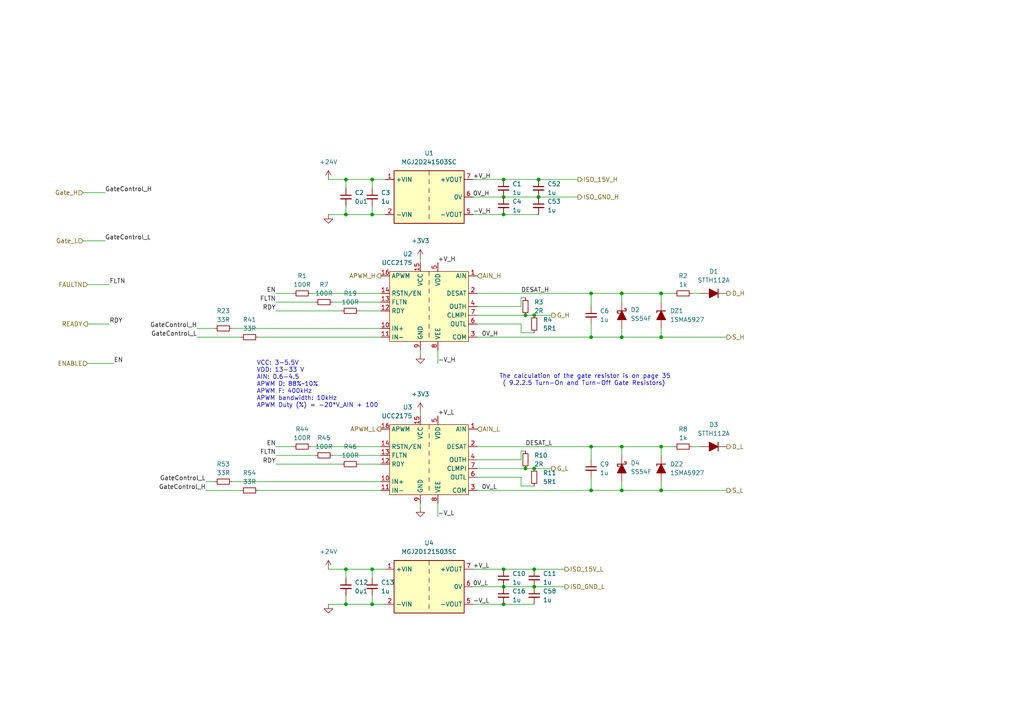
<source format=kicad_sch>
(kicad_sch (version 20231120) (generator "eeschema") (generator_version "8.0")
  (paper "A4")
  (title_block (title "INV_GateDriver") (date "2025-02-28") (rev "1.4") (company "NTURacing") (comment 1 "Jack Kuo 郭哲明"))
  (lib_symbols
    (symbol "Device:C_Small" (pin_numbers hide) (pin_names (offset 0.254) hide)
      (property "Reference" "C" (at 0.254 1.778 0))
      (property "Value" "C_Small" (at 0.254 -2.032 0))
      (symbol "C_Small_0_1"
        (polyline (pts (xy -1.524 -0.508) (xy 1.524 -0.508)) (stroke (width 0.3302)))
        (polyline (pts (xy -1.524 0.508) (xy 1.524 0.508)) (stroke (width 0.3048)))
      )
      (symbol "C_Small_1_1"
        (pin passive line (at 0 2.54 270) (length 2.032) (name "~") (number "1"))
        (pin passive line (at 0 -2.54 90) (length 2.032) (name "~") (number "2"))
      )
    )
    (symbol "Device:R_Small" (pin_numbers hide) (pin_names (offset 0.254) hide)
      (property "Reference" "R" (at 0.762 0.508 0))
      (property "Value" "R_Small" (at 0.762 -1.016 0))
      (symbol "R_Small_0_1"
        (rectangle (start -0.762 1.778) (end 0.762 -1.778) (stroke (width 0.2032)))
      )
      (symbol "R_Small_1_1"
        (pin passive line (at 0 2.54 270) (length 0.762) (name "~") (number "1"))
        (pin passive line (at 0 -2.54 90) (length 0.762) (name "~") (number "2"))
      )
    )
    (symbol "MGJ2D241503SC_1"
      (property "Reference" "U" (at 0 11.43 0))
      (property "Value" "MGJ2D241503SC" (at 0 8.89 0))
      (symbol "MGJ2D241503SC_1_0_1"
        (rectangle (start -10.16 7.62) (end 10.16 -7.62) (stroke (width 0.254)) (fill (type background)))
        (polyline (pts (xy 0 -5.08) (xy 0 -6.35)))
        (polyline (pts (xy 0 -2.54) (xy 0 -3.81)))
        (polyline (pts (xy 0 0) (xy 0 -1.27)))
        (polyline (pts (xy 0 2.54) (xy 0 1.27)))
        (polyline (pts (xy 0 5.08) (xy 0 3.81)))
        (polyline (pts (xy 0 7.62) (xy 0 6.35)))
      )
      (symbol "MGJ2D241503SC_1_1_1"
        (pin power_in line (at -12.7 5.08 0) (length 2.54) (name "+VIN") (number "1"))
        (pin power_in line (at -12.7 -5.08 0) (length 2.54) (name "-VIN") (number "2"))
        (pin power_out line (at 12.7 -5.08 180) (length 2.54) (name "-VOUT") (number "5"))
        (pin power_out line (at 12.7 0 180) (length 2.54) (name "0V") (number "6"))
        (pin power_out line (at 12.7 5.08 180) (length 2.54) (name "+VOUT") (number "7"))
      )
    )
    (symbol "PCM_Diode_AKL:STTH112A" (pin_numbers hide) (pin_names (offset 1.016) hide)
      (property "Reference" "D" (at 0 5.08 0))
      (property "Value" "STTH112A" (at 0 2.54 0))
      (symbol "STTH112A_0_1"
        (polyline (pts (xy -1.27 0) (xy 1.27 0)))
        (polyline (pts (xy 1.27 1.27) (xy 1.27 -1.27)) (stroke (width 0.254)))
        (polyline (pts (xy -1.27 1.27) (xy -1.27 -1.27) (xy 1.27 0) (xy -1.27 1.27)) (stroke (width 0.254)) (fill (type outline)))
      )
      (symbol "STTH112A_0_2"
        (polyline (pts (xy -2.54 -2.54) (xy 2.54 2.54)))
        (polyline (pts (xy 0 1.778) (xy 1.778 0)) (stroke (width 0.254)))
        (polyline (pts (xy -0.889 -0.889) (xy -1.778 0) (xy 0.889 0.889) (xy 0 -1.778) (xy -0.889 -0.889)) (stroke (width 0.254)) (fill (type outline)))
      )
      (symbol "STTH112A_1_1"
        (pin passive line (at 3.81 0 180) (length 2.54) (name "K") (number "1"))
        (pin passive line (at -3.81 0 0) (length 2.54) (name "A") (number "2"))
      )
      (symbol "STTH112A_1_2"
        (pin passive line (at 2.54 2.54 180) (length 0) (name "K") (number "1"))
        (pin passive line (at -2.54 -2.54 0) (length 0) (name "A") (number "2"))
      )
    )
    (symbol "PCM_Diode_Schottky_AKL:SS54F" (pin_numbers hide) (pin_names (offset 1.016) hide)
      (property "Reference" "D" (at 0 5.08 0))
      (property "Value" "SS54F" (at 0 2.54 0))
      (symbol "SS54F_0_1"
        (polyline (pts (xy -1.27 0) (xy 1.27 0)))
        (polyline (pts (xy -1.27 -1.27) (xy -1.27 1.27) (xy 1.27 0) (xy -1.27 -1.27)) (stroke (width 0.254)) (fill (type outline)))
        (polyline (pts (xy 1.905 -0.762) (xy 1.905 -1.27) (xy 1.27 -1.27) (xy 1.27 1.27) (xy 0.635 1.27) (xy 0.635 0.762)) (stroke (width 0.254)))
      )
      (symbol "SS54F_0_2"
        (polyline (pts (xy -2.54 -2.54) (xy 2.54 2.54)))
        (polyline (pts (xy 0 1.778) (xy 1.778 0)) (stroke (width 0.254)))
        (polyline (pts (xy 0 1.778) (xy -0.381 1.397) (xy 0 1.016)) (stroke (width 0.254)))
        (polyline (pts (xy 1.778 0) (xy 2.159 0.381) (xy 1.778 0.762)) (stroke (width 0.254)))
        (polyline (pts (xy -0.889 -0.889) (xy -1.778 0) (xy 0.889 0.889) (xy 0 -1.778) (xy -0.889 -0.889)) (stroke (width 0.254)) (fill (type outline)))
      )
      (symbol "SS54F_1_1"
        (pin passive line (at 3.81 0 180) (length 2.54) (name "K") (number "1"))
        (pin passive line (at -3.81 0 0) (length 2.54) (name "A") (number "2"))
      )
      (symbol "SS54F_1_2"
        (pin passive line (at 2.54 2.54 180) (length 0) (name "K") (number "1"))
        (pin passive line (at -2.54 -2.54 0) (length 0) (name "A") (number "2"))
      )
    )
    (symbol "PCM_Diode_Zener_AKL:1SMA5927" (pin_numbers hide) (pin_names (offset 1.016) hide)
      (property "Reference" "DZ" (at 0 5.08 0))
      (property "Value" "1SMA5927" (at 0 2.54 0))
      (symbol "1SMA5927_0_1"
        (polyline (pts (xy -1.27 0) (xy 1.27 0)))
        (polyline (pts (xy 1.27 1.27) (xy 0.762 1.27)) (stroke (width 0.254)))
        (polyline (pts (xy 1.27 1.27) (xy 1.27 -1.27)) (stroke (width 0.254)))
        (polyline (pts (xy -1.27 -1.27) (xy -1.27 1.27) (xy 1.27 0) (xy -1.27 -1.27)) (stroke (width 0.254)) (fill (type outline)))
      )
      (symbol "1SMA5927_0_2"
        (polyline (pts (xy -2.54 -2.54) (xy 2.54 2.54)))
        (polyline (pts (xy 0 1.778) (xy -0.381 1.397)) (stroke (width 0.254)))
        (polyline (pts (xy 0 1.778) (xy 1.778 0)) (stroke (width 0.254)))
        (polyline (pts (xy -0.889 -0.889) (xy -1.778 0) (xy 0.889 0.889) (xy 0 -1.778) (xy -0.889 -0.889)) (stroke (width 0.254)) (fill (type outline)))
      )
      (symbol "1SMA5927_1_1"
        (pin passive line (at 3.81 0 180) (length 2.54) (name "K") (number "1"))
        (pin passive line (at -3.81 0 0) (length 2.54) (name "A") (number "2"))
      )
      (symbol "1SMA5927_1_2"
        (pin passive line (at 2.54 2.54 180) (length 0) (name "K") (number "1"))
        (pin passive line (at -2.54 -2.54 0) (length 0) (name "A") (number "2"))
      )
    )
    (symbol "nturt_kicad_lib_EP6:MGJ2D241503SC"
      (property "Reference" "U" (at 0 11.43 0))
      (property "Value" "MGJ2D241503SC" (at 0 8.89 0))
      (symbol "MGJ2D241503SC_0_1"
        (rectangle (start -10.16 7.62) (end 10.16 -7.62) (stroke (width 0.254)) (fill (type background)))
        (polyline (pts (xy 0 -5.08) (xy 0 -6.35)))
        (polyline (pts (xy 0 -2.54) (xy 0 -3.81)))
        (polyline (pts (xy 0 0) (xy 0 -1.27)))
        (polyline (pts (xy 0 2.54) (xy 0 1.27)))
        (polyline (pts (xy 0 5.08) (xy 0 3.81)))
        (polyline (pts (xy 0 7.62) (xy 0 6.35)))
      )
      (symbol "MGJ2D241503SC_1_1"
        (pin power_in line (at -12.7 5.08 0) (length 2.54) (name "+VIN") (number "1"))
        (pin power_in line (at -12.7 -5.08 0) (length 2.54) (name "-VIN") (number "2"))
        (pin power_out line (at 12.7 -5.08 180) (length 2.54) (name "-VOUT") (number "5"))
        (pin power_out line (at 12.7 0 180) (length 2.54) (name "0V") (number "6"))
        (pin power_out line (at 12.7 5.08 180) (length 2.54) (name "+VOUT") (number "7"))
      )
    )
    (symbol "nturt_kicad_lib_EP6:UCC21750"
      (property "Reference" "U" (at 0 0 0))
      (property "Value" "UCC2175" (at 0 0 0))
      (symbol "UCC21750_1_1"
        (rectangle (start -11.43 10.16) (end 11.43 -10.16) (fill (type background)))
        (polyline (pts (xy 0 -7.62) (xy 0 -8.89)))
        (polyline (pts (xy 0 -5.08) (xy 0 -6.35)))
        (polyline (pts (xy 0 -2.54) (xy 0 -3.81)))
        (polyline (pts (xy 0 0) (xy 0 -1.27)))
        (polyline (pts (xy 0 2.54) (xy 0 1.27)))
        (polyline (pts (xy 0 5.08) (xy 0 3.81)))
        (polyline (pts (xy 0 7.62) (xy 0 6.35)))
        (polyline (pts (xy 0 10.16) (xy 0 8.89)))
        (pin input line (at -13.97 8.89 0) (length 2.54) (name "AIN") (number "1"))
        (pin input line (at 13.97 -6.35 180) (length 2.54) (name "IN+") (number "10"))
        (pin input line (at 13.97 -8.89 180) (length 2.54) (name "IN-") (number "11"))
        (pin input line (at 13.97 -1.27 180) (length 2.54) (name "RDY") (number "12"))
        (pin input line (at 13.97 1.27 180) (length 2.54) (name "FLTN") (number "13"))
        (pin input line (at 13.97 3.81 180) (length 2.54) (name "RSTN/EN") (number "14"))
        (pin input line (at 2.54 12.7 270) (length 2.54) (name "VCC") (number "15"))
        (pin input line (at 13.97 8.89 180) (length 2.54) (name "APWM") (number "16"))
        (pin input line (at -13.97 3.81 0) (length 2.54) (name "DESAT") (number "2"))
        (pin input line (at -13.97 -8.89 0) (length 2.54) (name "COM") (number "3"))
        (pin input line (at -13.97 0 0) (length 2.54) (name "OUTH") (number "4"))
        (pin input line (at -2.54 12.7 270) (length 2.54) (name "VDD") (number "5"))
        (pin input line (at -13.97 -5.08 0) (length 2.54) (name "OUTL") (number "6"))
        (pin input line (at -13.97 -2.54 0) (length 2.54) (name "CLMPI") (number "7"))
        (pin input line (at -2.54 -12.7 90) (length 2.54) (name "VEE") (number "8"))
        (pin input line (at 2.54 -12.7 90) (length 2.54) (name "GND") (number "9"))
      )
    )
    (symbol "power:+24V" (power) (pin_numbers hide) (pin_names (offset 0) hide)
      (property "Value" "+24V" (at 0 3.556 0))
      (symbol "+24V_0_1"
        (polyline (pts (xy -0.762 1.27) (xy 0 2.54)))
        (polyline (pts (xy 0 0) (xy 0 2.54)))
        (polyline (pts (xy 0 2.54) (xy 0.762 1.27)))
      )
      (symbol "+24V_1_1"
        (pin power_in line (at 0 0 90) (length 0) (name "~") (number "1"))
      )
    )
    (symbol "power:+3V3" (power) (pin_numbers hide) (pin_names (offset 0) hide)
      (property "Value" "+3V3" (at 0 3.556 0))
      (symbol "+3V3_0_1"
        (polyline (pts (xy -0.762 1.27) (xy 0 2.54)))
        (polyline (pts (xy 0 0) (xy 0 2.54)))
        (polyline (pts (xy 0 2.54) (xy 0.762 1.27)))
      )
      (symbol "+3V3_1_1"
        (pin power_in line (at 0 0 90) (length 0) (name "~") (number "1"))
      )
    )
    (symbol "power:GND" (power) (pin_numbers hide) (pin_names (offset 0) hide)
      (property "Value" "GND" (at 0 -3.81 0))
      (symbol "GND_0_1"
        (polyline (pts (xy 0 0) (xy 0 -1.27) (xy 1.27 -1.27) (xy 0 -2.54) (xy -1.27 -1.27) (xy 0 -1.27)))
      )
      (symbol "GND_1_1"
        (pin power_in line (at 0 0 270) (length 0) (name "~") (number "1"))
      )
    )
  )
  (junction (at 154.94 135.89))
  (junction (at 154.94 165.1))
  (junction (at 171.45 85.09))
  (junction (at 146.05 175.26))
  (junction (at 154.94 170.18))
  (junction (at 180.34 97.79))
  (junction (at 146.05 165.1))
  (junction (at 146.05 170.18))
  (junction (at 152.4 135.89))
  (junction (at 146.05 52.07))
  (junction (at 100.33 52.07))
  (junction (at 180.34 129.54))
  (junction (at 156.21 52.07))
  (junction (at 107.95 175.26))
  (junction (at 191.77 97.79))
  (junction (at 171.45 97.79))
  (junction (at 191.77 129.54))
  (junction (at 180.34 142.24))
  (junction (at 146.05 57.15))
  (junction (at 100.33 175.26))
  (junction (at 100.33 165.1))
  (junction (at 154.94 91.44))
  (junction (at 180.34 85.09))
  (junction (at 100.33 62.23))
  (junction (at 191.77 85.09))
  (junction (at 107.95 165.1))
  (junction (at 191.77 142.24))
  (junction (at 171.45 142.24))
  (junction (at 107.95 62.23))
  (junction (at 107.95 52.07))
  (junction (at 156.21 57.15))
  (junction (at 171.45 129.54))
  (junction (at 146.05 62.23))
  (junction (at 152.4 91.44))
  (wire (pts (xy 100.33 175.26) (xy 107.95 175.26)))
  (wire (pts (xy 180.34 97.79) (xy 191.77 97.79)))
  (wire (pts (xy 100.33 62.23) (xy 107.95 62.23)))
  (wire (pts (xy 104.14 134.62) (xy 110.49 134.62)))
  (wire (pts (xy 191.77 132.08) (xy 191.77 129.54)))
  (wire (pts (xy 107.95 54.61) (xy 107.95 52.07)))
  (wire (pts (xy 152.4 135.89) (xy 154.94 135.89)))
  (wire (pts (xy 171.45 85.09) (xy 180.34 85.09)))
  (wire (pts (xy 96.52 87.63) (xy 110.49 87.63)))
  (wire (pts (xy 24.13 69.85) (xy 30.48 69.85)))
  (wire (pts (xy 80.01 134.62) (xy 99.06 134.62)))
  (wire (pts (xy 138.43 93.98) (xy 151.13 93.98)))
  (wire (pts (xy 137.16 62.23) (xy 146.05 62.23)))
  (wire (pts (xy 191.77 97.79) (xy 210.82 97.79)))
  (wire (pts (xy 74.93 142.24) (xy 110.49 142.24)))
  (wire (pts (xy 121.92 147.32) (xy 121.92 146.05)))
  (wire (pts (xy 180.34 142.24) (xy 180.34 139.7)))
  (wire (pts (xy 191.77 142.24) (xy 210.82 142.24)))
  (wire (pts (xy 171.45 88.9) (xy 171.45 85.09)))
  (wire (pts (xy 203.2 129.54) (xy 200.66 129.54)))
  (wire (pts (xy 160.02 135.89) (xy 154.94 135.89)))
  (wire (pts (xy 74.93 97.79) (xy 110.49 97.79)))
  (wire (pts (xy 146.05 62.23) (xy 156.21 62.23)))
  (wire (pts (xy 100.33 54.61) (xy 100.33 52.07)))
  (wire (pts (xy 203.2 85.09) (xy 200.66 85.09)))
  (wire (pts (xy 146.05 170.18) (xy 137.16 170.18)))
  (wire (pts (xy 167.64 57.15) (xy 156.21 57.15)))
  (wire (pts (xy 163.83 165.1) (xy 154.94 165.1)))
  (wire (pts (xy 107.95 175.26) (xy 111.76 175.26)))
  (wire (pts (xy 146.05 175.26) (xy 154.94 175.26)))
  (wire (pts (xy 59.69 142.24) (xy 69.85 142.24)))
  (wire (pts (xy 80.01 85.09) (xy 85.09 85.09)))
  (wire (pts (xy 151.13 130.81) (xy 152.4 130.81)))
  (wire (pts (xy 107.95 172.72) (xy 107.95 175.26)))
  (wire (pts (xy 100.33 59.69) (xy 100.33 62.23)))
  (wire (pts (xy 137.16 175.26) (xy 146.05 175.26)))
  (wire (pts (xy 138.43 135.89) (xy 152.4 135.89)))
  (wire (pts (xy 151.13 96.52) (xy 154.94 96.52)))
  (wire (pts (xy 25.4 93.98) (xy 31.75 93.98)))
  (wire (pts (xy 138.43 138.43) (xy 151.13 138.43)))
  (wire (pts (xy 146.05 170.18) (xy 154.94 170.18)))
  (wire (pts (xy 171.45 129.54) (xy 180.34 129.54)))
  (wire (pts (xy 180.34 85.09) (xy 191.77 85.09)))
  (wire (pts (xy 138.43 88.9) (xy 151.13 88.9)))
  (wire (pts (xy 96.52 132.08) (xy 110.49 132.08)))
  (wire (pts (xy 90.17 85.09) (xy 110.49 85.09)))
  (wire (pts (xy 138.43 129.54) (xy 171.45 129.54)))
  (wire (pts (xy 151.13 133.35) (xy 151.13 130.81)))
  (wire (pts (xy 171.45 93.98) (xy 171.45 97.79)))
  (wire (pts (xy 121.92 102.87) (xy 121.92 101.6)))
  (wire (pts (xy 146.05 52.07) (xy 156.21 52.07)))
  (wire (pts (xy 171.45 97.79) (xy 180.34 97.79)))
  (wire (pts (xy 107.95 59.69) (xy 107.95 62.23)))
  (wire (pts (xy 137.16 52.07) (xy 146.05 52.07)))
  (wire (pts (xy 121.92 74.93) (xy 121.92 76.2)))
  (wire (pts (xy 107.95 52.07) (xy 111.76 52.07)))
  (wire (pts (xy 95.25 52.07) (xy 100.33 52.07)))
  (wire (pts (xy 180.34 97.79) (xy 180.34 95.25)))
  (wire (pts (xy 151.13 88.9) (xy 151.13 86.36)))
  (wire (pts (xy 146.05 165.1) (xy 154.94 165.1)))
  (wire (pts (xy 80.01 87.63) (xy 91.44 87.63)))
  (wire (pts (xy 90.17 129.54) (xy 110.49 129.54)))
  (wire (pts (xy 67.31 139.7) (xy 110.49 139.7)))
  (wire (pts (xy 67.31 95.25) (xy 110.49 95.25)))
  (wire (pts (xy 127 101.6) (xy 127 105.41)))
  (wire (pts (xy 80.01 129.54) (xy 85.09 129.54)))
  (wire (pts (xy 146.05 57.15) (xy 137.16 57.15)))
  (wire (pts (xy 151.13 93.98) (xy 151.13 96.52)))
  (wire (pts (xy 180.34 142.24) (xy 191.77 142.24)))
  (wire (pts (xy 171.45 138.43) (xy 171.45 142.24)))
  (wire (pts (xy 138.43 142.24) (xy 171.45 142.24)))
  (wire (pts (xy 152.4 91.44) (xy 154.94 91.44)))
  (wire (pts (xy 191.77 85.09) (xy 195.58 85.09)))
  (wire (pts (xy 25.4 82.55) (xy 31.75 82.55)))
  (wire (pts (xy 138.43 85.09) (xy 171.45 85.09)))
  (wire (pts (xy 191.77 87.63) (xy 191.77 85.09)))
  (wire (pts (xy 57.15 95.25) (xy 62.23 95.25)))
  (wire (pts (xy 121.92 119.38) (xy 121.92 120.65)))
  (wire (pts (xy 107.95 62.23) (xy 111.76 62.23)))
  (wire (pts (xy 146.05 165.1) (xy 137.16 165.1)))
  (wire (pts (xy 151.13 86.36) (xy 152.4 86.36)))
  (wire (pts (xy 180.34 129.54) (xy 191.77 129.54)))
  (wire (pts (xy 80.01 132.08) (xy 91.44 132.08)))
  (wire (pts (xy 100.33 172.72) (xy 100.33 175.26)))
  (wire (pts (xy 95.25 62.23) (xy 100.33 62.23)))
  (wire (pts (xy 57.15 97.79) (xy 69.85 97.79)))
  (wire (pts (xy 24.13 55.88) (xy 30.48 55.88)))
  (wire (pts (xy 104.14 90.17) (xy 110.49 90.17)))
  (wire (pts (xy 138.43 97.79) (xy 171.45 97.79)))
  (wire (pts (xy 138.43 133.35) (xy 151.13 133.35)))
  (wire (pts (xy 107.95 165.1) (xy 111.76 165.1)))
  (wire (pts (xy 100.33 52.07) (xy 107.95 52.07)))
  (wire (pts (xy 160.02 91.44) (xy 154.94 91.44)))
  (wire (pts (xy 100.33 165.1) (xy 107.95 165.1)))
  (wire (pts (xy 59.69 139.7) (xy 62.23 139.7)))
  (wire (pts (xy 191.77 97.79) (xy 191.77 95.25)))
  (wire (pts (xy 25.4 105.41) (xy 33.02 105.41)))
  (wire (pts (xy 107.95 167.64) (xy 107.95 165.1)))
  (wire (pts (xy 151.13 140.97) (xy 154.94 140.97)))
  (wire (pts (xy 171.45 133.35) (xy 171.45 129.54)))
  (wire (pts (xy 95.25 175.26) (xy 100.33 175.26)))
  (wire (pts (xy 95.25 165.1) (xy 100.33 165.1)))
  (wire (pts (xy 138.43 91.44) (xy 152.4 91.44)))
  (wire (pts (xy 80.01 90.17) (xy 99.06 90.17)))
  (wire (pts (xy 151.13 138.43) (xy 151.13 140.97)))
  (wire (pts (xy 127 146.05) (xy 127 149.86)))
  (wire (pts (xy 180.34 132.08) (xy 180.34 129.54)))
  (wire (pts (xy 156.21 52.07) (xy 167.64 52.07)))
  (wire (pts (xy 146.05 57.15) (xy 156.21 57.15)))
  (wire (pts (xy 163.83 170.18) (xy 154.94 170.18)))
  (wire (pts (xy 180.34 87.63) (xy 180.34 85.09)))
  (wire (pts (xy 191.77 142.24) (xy 191.77 139.7)))
  (wire (pts (xy 191.77 129.54) (xy 195.58 129.54)))
  (wire (pts (xy 100.33 167.64) (xy 100.33 165.1)))
  (wire (pts (xy 171.45 142.24) (xy 180.34 142.24)))
  (text "The calculation of the gate resistor is on page 35\n ( 9.2.2.5 Turn-On and Turn-Off Gate Resistors)\n" (at 144.78 108.458 0) (effects (font (size 1.27 1.27)) (justify left top)))
  (text "VCC: 3-5.5V\nVDD: 13-33 V\nAIN: 0.6-4.5\nAPWM D: 88%~10%\nAPWM F: 400kHz\nAPWM bandwidth: 10kHz\nAPWM Duty (%) = -20*V_AIN + 100" (at 74.422 111.506 0) (effects (font (size 1.27 1.27)) (justify left)))
  (label "0V_H" (at 137.16 57.15 0))
  (label "EN" (at 33.02 105.41 0))
  (label "GateControl_H" (at 59.69 142.24 180))
  (label "0V_H" (at 139.7 97.79 0))
  (label "GateControl_L" (at 59.69 139.7 180))
  (label "-V_H" (at 127 105.41 0))
  (label "-V_L" (at 127 149.86 0))
  (label "RDY" (at 80.01 134.62 180))
  (label "0V_L" (at 137.16 170.18 0))
  (label "EN" (at 80.01 129.54 180))
  (label "+V_H" (at 137.16 52.07 0))
  (label "-V_L" (at 137.16 175.26 0))
  (label "GateControl_L" (at 30.48 69.85 0))
  (label "GateControl_L" (at 57.15 97.79 180))
  (label "RDY" (at 31.75 93.98 0))
  (label "0V_L" (at 139.7 142.24 0))
  (label "FLTN" (at 31.75 82.55 0))
  (label "DESAT_L" (at 152.4 129.54 0))
  (label "+V_L" (at 127 120.65 0))
  (label "RDY" (at 80.01 90.17 180))
  (label "EN" (at 80.01 85.09 180))
  (label "DESAT_H" (at 151.13 85.09 0))
  (label "GateControl_H" (at 57.15 95.25 180))
  (label "FLTN" (at 80.01 87.63 180))
  (label "+V_H" (at 127 76.2 0))
  (label "GateControl_H" (at 30.48 55.88 0))
  (label "-V_H" (at 137.16 62.23 0))
  (label "FLTN" (at 80.01 132.08 180))
  (label "+V_L" (at 137.16 165.1 0))
  (hierarchical_label "AIN_H" (shape input) (at 138.43 80.01 0))
  (hierarchical_label "FAULTN" (shape input) (at 25.4 82.55 180))
  (hierarchical_label "S_H" (shape output) (at 210.82 97.79 0))
  (hierarchical_label "Gate_H" (shape input) (at 24.13 55.88 180))
  (hierarchical_label "ENABLE" (shape input) (at 25.4 105.41 180))
  (hierarchical_label "G_L" (shape output) (at 160.02 135.89 0))
  (hierarchical_label "ISO_GND_L" (shape output) (at 163.83 170.18 0))
  (hierarchical_label "ISO_15V_H" (shape output) (at 167.64 52.07 0))
  (hierarchical_label "S_L" (shape output) (at 210.82 142.24 0))
  (hierarchical_label "G_H" (shape output) (at 160.02 91.44 0))
  (hierarchical_label "ISO_15V_L" (shape output) (at 163.83 165.1 0))
  (hierarchical_label "APWM_H" (shape output) (at 110.49 80.01 180))
  (hierarchical_label "ISO_GND_H" (shape output) (at 167.64 57.15 0))
  (hierarchical_label "READY" (shape output) (at 25.4 93.98 180))
  (hierarchical_label "D_H" (shape output) (at 210.82 85.09 0))
  (hierarchical_label "AIN_L" (shape input) (at 138.43 124.46 0))
  (hierarchical_label "APWM_L" (shape output) (at 110.49 124.46 180))
  (hierarchical_label "Gate_L" (shape input) (at 24.13 69.85 180))
  (hierarchical_label "D_L" (shape output) (at 210.82 129.54 0))
  (symbol (lib_id "Device:R_Small") (at 198.12 129.54 270) (unit 1)
    (property "Reference" "R8" (at 198.12 124.46 90))
    (property "Value" "1k" (at 198.12 127 90))
    (property "Footprint" "Resistor_SMD:R_0603_1608Metric" (effects (hide yes)))
    (property "Description" "Resistor, small symbol" (effects (hide yes)))
    (instances (project "INV_GateDriver" (path "" (reference "R8") (unit 1)) (path "" (reference "R33") (unit 1)) (path "" (reference "R22") (unit 1))))
  )
  (symbol (lib_id "nturt_kicad_lib_EP6:MGJ2D241503SC") (at 124.46 170.18 0) (unit 1)
    (property "Reference" "U4" (at 124.46 157.48 0))
    (property "Value" "MGJ2D121503SC" (at 124.46 160.02 0))
    (property "Footprint" "nturt_kicad_lib_EP6:Converter_DCDC_Murata_MGJ2DxxxxxxSC_THT" (effects (hide yes)))
    (property "Datasheet" "https://power.murata.com/pub/data/power/ncl/kdc_mgj2.pdf" (effects (hide yes)))
    (property "Description" "5.2kVDC Isolated 2W Gate Drive, 24V Vin, +15V/-3V Vout" (effects (hide yes)))
    (instances (project "INV_GateDriver" (path "" (reference "U4") (unit 1)) (path "" (reference "U12") (unit 1)) (path "" (reference "U8") (unit 1))))
  )
  (symbol (lib_id "power:GND") (at 121.92 102.87 0) (unit 1)
    (property "Reference" "#PWR014" (effects (hide yes)))
    (property "Value" "GND" (effects (hide yes)))
    (property "Description" "Power symbol creates a global label with name \"GND\" , ground" (effects (hide yes)))
    (instances (project "INV_GateDriver" (path "" (reference "#PWR014") (unit 1)) (path "" (reference "#PWR042") (unit 1)) (path "" (reference "#PWR031") (unit 1))))
  )
  (symbol (lib_name "MGJ2D241503SC_1") (lib_id "nturt_kicad_lib_EP6:MGJ2D241503SC") (at 124.46 57.15 0) (unit 1)
    (property "Reference" "U1" (at 124.46 44.45 0))
    (property "Value" "MGJ2D241503SC" (at 124.46 46.99 0))
    (property "Footprint" "nturt_kicad_lib_EP6:Converter_DCDC_Murata_MGJ2DxxxxxxSC_THT" (effects (hide yes)))
    (property "Datasheet" "https://power.murata.com/pub/data/power/ncl/kdc_mgj2.pdf" (effects (hide yes)))
    (property "Description" "5.2kVDC Isolated 2W Gate Drive, 24V Vin, +15V/-3V Vout" (effects (hide yes)))
    (instances (project "INV_GateDriver" (path "" (reference "U1") (unit 1)) (path "" (reference "U9") (unit 1)) (path "" (reference "U5") (unit 1))))
  )
  (symbol (lib_id "Device:C_Small") (at 100.33 57.15 0) (unit 1)
    (property "Reference" "C2" (at 102.87 55.8863 0) (effects (justify left)))
    (property "Value" "0u1" (at 102.87 58.4263 0) (effects (justify left)))
    (property "Footprint" "Capacitor_SMD:C_0603_1608Metric" (effects (hide yes)))
    (property "Description" "Unpolarized capacitor, small symbol" (effects (hide yes)))
    (instances (project "INV_GateDriver" (path "" (reference "C2") (unit 1)) (path "" (reference "C37") (unit 1)) (path "" (reference "C21") (unit 1))))
  )
  (symbol (lib_id "Device:R_Small") (at 198.12 85.09 270) (unit 1)
    (property "Reference" "R2" (at 198.12 80.01 90))
    (property "Value" "1k" (at 198.12 82.55 90))
    (property "Footprint" "Resistor_SMD:R_0603_1608Metric" (effects (hide yes)))
    (property "Description" "Resistor, small symbol" (effects (hide yes)))
    (instances (project "INV_GateDriver" (path "" (reference "R2") (unit 1)) (path "" (reference "R27") (unit 1)) (path "" (reference "R16") (unit 1))))
  )
  (symbol (lib_id "PCM_Diode_Zener_AKL:1SMA5927") (at 191.77 91.44 90) (unit 1)
    (property "Reference" "DZ1" (at 194.31 90.17 90) (effects (justify right)))
    (property "Value" "1SMA5927" (at 194.31 92.71 90) (effects (justify right)))
    (property "Footprint" "Diode_SMD:D_SMA" (effects (hide yes)))
    (property "Datasheet" "https://www.onsemi.com/pdf/datasheet/1sma5913bt3-d.pdf" (effects (hide yes)))
    (property "Description" "SMA Zener diode, 12V, 1.5W, Alternate KiCAD Library" (effects (hide yes)))
    (instances (project "INV_GateDriver" (path "" (reference "DZ1") (unit 1)) (path "" (reference "DZ5") (unit 1)) (path "" (reference "DZ3") (unit 1))))
  )
  (symbol (lib_id "Device:C_Small") (at 171.45 91.44 0) (unit 1)
    (property "Reference" "C6" (at 173.99 90.1763 0) (effects (justify left)))
    (property "Value" "1u" (at 173.99 92.7163 0) (effects (justify left)))
    (property "Footprint" "Capacitor_SMD:C_0603_1608Metric" (effects (hide yes)))
    (property "Description" "Unpolarized capacitor, small symbol" (effects (hide yes)))
    (instances (project "INV_GateDriver" (path "" (reference "C6") (unit 1)) (path "" (reference "C41") (unit 1)) (path "" (reference "C25") (unit 1))))
  )
  (symbol (lib_id "power:+3V3") (at 121.92 119.38 0) (unit 1)
    (property "Reference" "#PWR015" (effects (hide yes)))
    (property "Value" "+3V3" (at 121.92 114.3 0))
    (property "Description" "Power symbol creates a global label with name \"+3V3\"" (effects (hide yes)))
    (instances (project "INV_GateDriver" (path "" (reference "#PWR015") (unit 1)) (path "" (reference "#PWR018") (unit 1)) (path "" (reference "#PWR016") (unit 1))))
  )
  (symbol (lib_id "Device:C_Small") (at 100.33 170.18 0) (unit 1)
    (property "Reference" "C12" (at 102.87 168.9163 0) (effects (justify left)))
    (property "Value" "0u1" (at 102.87 171.4563 0) (effects (justify left)))
    (property "Footprint" "Capacitor_SMD:C_0603_1608Metric" (effects (hide yes)))
    (property "Description" "Unpolarized capacitor, small symbol" (effects (hide yes)))
    (instances (project "INV_GateDriver" (path "" (reference "C12") (unit 1)) (path "" (reference "C47") (unit 1)) (path "" (reference "C31") (unit 1))))
  )
  (symbol (lib_id "Device:C_Small") (at 154.94 172.72 0) (unit 1)
    (property "Reference" "C58" (at 157.48 171.4563 0) (effects (justify left)))
    (property "Value" "1u" (at 157.48 173.9963 0) (effects (justify left)))
    (property "Footprint" "Capacitor_SMD:C_1206_3216Metric" (effects (hide yes)))
    (property "Description" "Unpolarized capacitor, small symbol" (effects (hide yes)))
    (instances (project "INV_GateDriver" (path "" (reference "C58") (unit 1)) (path "" (reference "C60") (unit 1)) (path "" (reference "C59") (unit 1))))
  )
  (symbol (lib_id "Device:C_Small") (at 146.05 59.69 0) (unit 1)
    (property "Reference" "C4" (at 148.59 58.4263 0) (effects (justify left)))
    (property "Value" "1u" (at 148.59 60.9663 0) (effects (justify left)))
    (property "Footprint" "Capacitor_SMD:C_1206_3216Metric" (effects (hide yes)))
    (property "Description" "Unpolarized capacitor, small symbol" (effects (hide yes)))
    (instances (project "INV_GateDriver" (path "" (reference "C4") (unit 1)) (path "" (reference "C39") (unit 1)) (path "" (reference "C23") (unit 1))))
  )
  (symbol (lib_id "Device:R_Small") (at 154.94 138.43 180) (unit 1)
    (property "Reference" "R11" (at 157.48 137.16 0) (effects (justify right)))
    (property "Value" "5R1" (at 157.48 139.7 0) (effects (justify right)))
    (property "Footprint" "Resistor_SMD:R_1206_3216Metric" (effects (hide yes)))
    (property "Description" "Resistor, small symbol" (effects (hide yes)))
    (instances (project "INV_GateDriver" (path "" (reference "R11") (unit 1)) (path "" (reference "R36") (unit 1)) (path "" (reference "R25") (unit 1))))
  )
  (symbol (lib_id "Device:R_Small") (at 64.77 139.7 90) (unit 1)
    (property "Reference" "R53" (at 64.77 134.62 90))
    (property "Value" "33R" (at 64.77 137.16 90))
    (property "Footprint" "Resistor_SMD:R_0402_1005Metric" (effects (hide yes)))
    (property "Description" "Resistor, small symbol" (effects (hide yes)))
    (instances (project "INV_GateDriver" (path "" (reference "R53") (unit 1)) (path "" (reference "R57") (unit 1)) (path "" (reference "R55") (unit 1))))
  )
  (symbol (lib_id "Device:R_Small") (at 72.39 142.24 90) (unit 1)
    (property "Reference" "R54" (at 72.39 137.16 90))
    (property "Value" "33R" (at 72.39 139.7 90))
    (property "Footprint" "Resistor_SMD:R_0402_1005Metric" (effects (hide yes)))
    (property "Description" "Resistor, small symbol" (effects (hide yes)))
    (instances (project "INV_GateDriver" (path "" (reference "R54") (unit 1)) (path "" (reference "R58") (unit 1)) (path "" (reference "R56") (unit 1))))
  )
  (symbol (lib_id "Device:C_Small") (at 146.05 172.72 0) (unit 1)
    (property "Reference" "C16" (at 148.59 171.4563 0) (effects (justify left)))
    (property "Value" "1u" (at 148.59 173.9963 0) (effects (justify left)))
    (property "Footprint" "Capacitor_SMD:C_1206_3216Metric" (effects (hide yes)))
    (property "Description" "Unpolarized capacitor, small symbol" (effects (hide yes)))
    (instances (project "INV_GateDriver" (path "" (reference "C16") (unit 1)) (path "" (reference "C49") (unit 1)) (path "" (reference "C33") (unit 1))))
  )
  (symbol (lib_id "power:+24V") (at 95.25 165.1 0) (unit 1)
    (property "Reference" "#PWR019" (effects (hide yes)))
    (property "Value" "+24V" (at 95.25 160.02 0))
    (property "Description" "Power symbol creates a global label with name \"+24V\"" (effects (hide yes)))
    (instances (project "INV_GateDriver" (path "" (reference "#PWR019") (unit 1)) (path "" (reference "#PWR046") (unit 1)) (path "" (reference "#PWR035") (unit 1))))
  )
  (symbol (lib_id "Device:R_Small") (at 72.39 97.79 90) (unit 1)
    (property "Reference" "R41" (at 72.39 92.71 90))
    (property "Value" "33R" (at 72.39 95.25 90))
    (property "Footprint" "Resistor_SMD:R_0402_1005Metric" (effects (hide yes)))
    (property "Description" "Resistor, small symbol" (effects (hide yes)))
    (instances (project "INV_GateDriver" (path "" (reference "R41") (unit 1)) (path "" (reference "R43") (unit 1)) (path "" (reference "R42") (unit 1))))
  )
  (symbol (lib_id "nturt_kicad_lib_EP6:UCC21750") (at 124.46 88.9 0) (mirror y) (unit 1)
    (property "Reference" "U2" (at 119.6065 73.66 0) (effects (justify left)))
    (property "Value" "UCC2175" (at 119.6065 76.2 0) (effects (justify left)))
    (property "Footprint" "Package_SO:SOIC-16W_7.5x10.3mm_P1.27mm" (effects (hide yes)))
    (property "Datasheet" "https://www.ti.com/lit/ds/symlink/ucc21750.pdf?ts=1732172388280&ref_url=https%253A%252F%252Fwww.ti.com%252Fproduct%252Fzh-tw%252FUCC21750" (effects (hide yes)))
    (instances (project "INV_GateDriver" (path "" (reference "U2") (unit 1)) (path "" (reference "U10") (unit 1)) (path "" (reference "U6") (unit 1))))
  )
  (symbol (lib_id "Device:C_Small") (at 156.21 54.61 0) (unit 1)
    (property "Reference" "C52" (at 158.75 53.3463 0) (effects (justify left)))
    (property "Value" "1u" (at 158.75 55.8863 0) (effects (justify left)))
    (property "Footprint" "Capacitor_SMD:C_1206_3216Metric" (effects (hide yes)))
    (property "Description" "Unpolarized capacitor, small symbol" (effects (hide yes)))
    (instances (project "INV_GateDriver" (path "" (reference "C52") (unit 1)) (path "" (reference "C56") (unit 1)) (path "" (reference "C54") (unit 1))))
  )
  (symbol (lib_id "Device:R_Small") (at 87.63 129.54 90) (unit 1)
    (property "Reference" "R44" (at 87.63 124.46 90))
    (property "Value" "100R" (at 87.63 127 90))
    (property "Footprint" "Resistor_SMD:R_0402_1005Metric" (effects (hide yes)))
    (property "Description" "Resistor, small symbol" (effects (hide yes)))
    (instances (project "INV_GateDriver" (path "" (reference "R44") (unit 1)) (path "" (reference "R50") (unit 1)) (path "" (reference "R47") (unit 1))))
  )
  (symbol (lib_id "Device:C_Small") (at 146.05 167.64 0) (unit 1)
    (property "Reference" "C10" (at 148.59 166.3763 0) (effects (justify left)))
    (property "Value" "1u" (at 148.59 168.9163 0) (effects (justify left)))
    (property "Footprint" "Capacitor_SMD:C_1206_3216Metric" (effects (hide yes)))
    (property "Description" "Unpolarized capacitor, small symbol" (effects (hide yes)))
    (instances (project "INV_GateDriver" (path "" (reference "C10") (unit 1)) (path "" (reference "C45") (unit 1)) (path "" (reference "C29") (unit 1))))
  )
  (symbol (lib_id "Device:R_Small") (at 152.4 133.35 180) (unit 1)
    (property "Reference" "R10" (at 154.94 132.0799 0) (effects (justify right)))
    (property "Value" "2R" (at 154.94 134.6199 0) (effects (justify right)))
    (property "Footprint" "Resistor_SMD:R_1206_3216Metric" (effects (hide yes)))
    (property "Description" "Resistor, small symbol" (effects (hide yes)))
    (instances (project "INV_GateDriver" (path "" (reference "R10") (unit 1)) (path "" (reference "R35") (unit 1)) (path "" (reference "R24") (unit 1))))
  )
  (symbol (lib_id "Device:R_Small") (at 93.98 87.63 90) (unit 1)
    (property "Reference" "R7" (at 93.98 82.55 90))
    (property "Value" "100R" (at 93.98 85.09 90))
    (property "Footprint" "Resistor_SMD:R_0402_1005Metric" (effects (hide yes)))
    (property "Description" "Resistor, small symbol" (effects (hide yes)))
    (instances (project "INV_GateDriver" (path "" (reference "R7") (unit 1)) (path "" (reference "R15") (unit 1)) (path "" (reference "R9") (unit 1))))
  )
  (symbol (lib_id "power:GND") (at 121.92 147.32 0) (unit 1)
    (property "Reference" "#PWR017" (effects (hide yes)))
    (property "Value" "GND" (effects (hide yes)))
    (property "Description" "Power symbol creates a global label with name \"GND\" , ground" (effects (hide yes)))
    (instances (project "INV_GateDriver" (path "" (reference "#PWR017") (unit 1)) (path "" (reference "#PWR045") (unit 1)) (path "" (reference "#PWR034") (unit 1))))
  )
  (symbol (lib_id "Device:C_Small") (at 171.45 135.89 0) (unit 1)
    (property "Reference" "C9" (at 173.99 134.6263 0) (effects (justify left)))
    (property "Value" "1u" (at 173.99 137.1663 0) (effects (justify left)))
    (property "Footprint" "Capacitor_SMD:C_0603_1608Metric" (effects (hide yes)))
    (property "Description" "Unpolarized capacitor, small symbol" (effects (hide yes)))
    (instances (project "INV_GateDriver" (path "" (reference "C9") (unit 1)) (path "" (reference "C44") (unit 1)) (path "" (reference "C28") (unit 1))))
  )
  (symbol (lib_id "PCM_Diode_AKL:STTH112A") (at 207.01 129.54 0) (unit 1)
    (property "Reference" "D3" (at 207.01 123.19 0))
    (property "Value" "STTH112A" (at 207.01 125.73 0))
    (property "Footprint" "Diode_SMD:D_SMA" (effects (hide yes)))
    (property "Datasheet" "https://www.tme.eu/Document/47ae6a8e5cdaa69d2f74cf3148922ab2/STTH112.pdf" (effects (hide yes)))
    (property "Description" "SMA Diode, Ultrafast Rectifier, 1200V, 1A, 75ns, Alternate KiCad Library" (effects (hide yes)))
    (instances (project "INV_GateDriver" (path "" (reference "D3") (unit 1)) (path "" (reference "D11") (unit 1)) (path "" (reference "D7") (unit 1))))
  )
  (symbol (lib_id "Device:R_Small") (at 101.6 134.62 90) (unit 1)
    (property "Reference" "R46" (at 101.6 129.54 90))
    (property "Value" "100R" (at 101.6 132.08 90))
    (property "Footprint" "Resistor_SMD:R_0402_1005Metric" (effects (hide yes)))
    (property "Description" "Resistor, small symbol" (effects (hide yes)))
    (instances (project "INV_GateDriver" (path "" (reference "R46") (unit 1)) (path "" (reference "R52") (unit 1)) (path "" (reference "R49") (unit 1))))
  )
  (symbol (lib_id "Device:C_Small") (at 154.94 167.64 0) (unit 1)
    (property "Reference" "C11" (at 157.48 166.3763 0) (effects (justify left)))
    (property "Value" "1u" (at 157.48 168.9163 0) (effects (justify left)))
    (property "Footprint" "Capacitor_SMD:C_1206_3216Metric" (effects (hide yes)))
    (property "Description" "Unpolarized capacitor, small symbol" (effects (hide yes)))
    (instances (project "INV_GateDriver" (path "" (reference "C11") (unit 1)) (path "" (reference "C46") (unit 1)) (path "" (reference "C30") (unit 1))))
  )
  (symbol (lib_id "Device:C_Small") (at 107.95 170.18 0) (unit 1)
    (property "Reference" "C13" (at 110.49 168.9163 0) (effects (justify left)))
    (property "Value" "1u" (at 110.49 171.4563 0) (effects (justify left)))
    (property "Footprint" "Capacitor_SMD:C_0603_1608Metric" (effects (hide yes)))
    (property "Description" "Unpolarized capacitor, small symbol" (effects (hide yes)))
    (instances (project "INV_GateDriver" (path "" (reference "C13") (unit 1)) (path "" (reference "C48") (unit 1)) (path "" (reference "C32") (unit 1))))
  )
  (symbol (lib_id "power:GND") (at 95.25 62.23 0) (unit 1)
    (property "Reference" "#PWR010" (effects (hide yes)))
    (property "Value" "GND" (effects (hide yes)))
    (property "Description" "Power symbol creates a global label with name \"GND\" , ground" (effects (hide yes)))
    (instances (project "INV_GateDriver" (path "" (reference "#PWR010") (unit 1)) (path "" (reference "#PWR038") (unit 1)) (path "" (reference "#PWR027") (unit 1))))
  )
  (symbol (lib_id "Device:R_Small") (at 93.98 132.08 90) (unit 1)
    (property "Reference" "R45" (at 93.98 127 90))
    (property "Value" "100R" (at 93.98 129.54 90))
    (property "Footprint" "Resistor_SMD:R_0402_1005Metric" (effects (hide yes)))
    (property "Description" "Resistor, small symbol" (effects (hide yes)))
    (instances (project "INV_GateDriver" (path "" (reference "R45") (unit 1)) (path "" (reference "R51") (unit 1)) (path "" (reference "R48") (unit 1))))
  )
  (symbol (lib_id "Device:R_Small") (at 154.94 93.98 180) (unit 1)
    (property "Reference" "R4" (at 157.48 92.71 0) (effects (justify right)))
    (property "Value" "5R1" (at 157.48 95.25 0) (effects (justify right)))
    (property "Footprint" "Resistor_SMD:R_1206_3216Metric" (effects (hide yes)))
    (property "Description" "Resistor, small symbol" (effects (hide yes)))
    (instances (project "INV_GateDriver" (path "" (reference "R4") (unit 1)) (path "" (reference "R29") (unit 1)) (path "" (reference "R18") (unit 1))))
  )
  (symbol (lib_id "Device:C_Small") (at 146.05 54.61 0) (unit 1)
    (property "Reference" "C1" (at 148.59 53.3463 0) (effects (justify left)))
    (property "Value" "1u" (at 148.59 55.8863 0) (effects (justify left)))
    (property "Footprint" "Capacitor_SMD:C_1206_3216Metric" (effects (hide yes)))
    (property "Description" "Unpolarized capacitor, small symbol" (effects (hide yes)))
    (instances (project "INV_GateDriver" (path "" (reference "C1") (unit 1)) (path "" (reference "C36") (unit 1)) (path "" (reference "C20") (unit 1))))
  )
  (symbol (lib_id "power:GND") (at 95.25 175.26 0) (unit 1)
    (property "Reference" "#PWR020" (effects (hide yes)))
    (property "Value" "GND" (effects (hide yes)))
    (property "Description" "Power symbol creates a global label with name \"GND\" , ground" (effects (hide yes)))
    (instances (project "INV_GateDriver" (path "" (reference "#PWR020") (unit 1)) (path "" (reference "#PWR047") (unit 1)) (path "" (reference "#PWR036") (unit 1))))
  )
  (symbol (lib_id "PCM_Diode_Schottky_AKL:SS54F") (at 180.34 91.44 90) (unit 1)
    (property "Reference" "D2" (at 182.88 89.8525 90) (effects (justify right)))
    (property "Value" "SS54F" (at 182.88 92.3925 90) (effects (justify right)))
    (property "Footprint" "PCM_Diode_SMD_AKL:D_SMAFL" (effects (hide yes)))
    (property "Datasheet" "https://www.tme.eu/Document/963620b34a430c2b6904b996a8a202ee/SS52F_SER.pdf" (effects (hide yes)))
    (property "Description" "SMAFL Schottky diode, 40V, 5A, Alternate KiCAD Library" (effects (hide yes)))
    (instances (project "INV_GateDriver" (path "" (reference "D2") (unit 1)) (path "" (reference "D10") (unit 1)) (path "" (reference "D6") (unit 1))))
  )
  (symbol (lib_id "power:+24V") (at 95.25 52.07 0) (unit 1)
    (property "Reference" "#PWR09" (effects (hide yes)))
    (property "Value" "+24V" (at 95.25 46.99 0))
    (property "Description" "Power symbol creates a global label with name \"+24V\"" (effects (hide yes)))
    (instances (project "INV_GateDriver" (path "" (reference "#PWR09") (unit 1)) (path "" (reference "#PWR037") (unit 1)) (path "" (reference "#PWR026") (unit 1))))
  )
  (symbol (lib_id "Device:C_Small") (at 107.95 57.15 0) (unit 1)
    (property "Reference" "C3" (at 110.49 55.8863 0) (effects (justify left)))
    (property "Value" "1u" (at 110.49 58.4263 0) (effects (justify left)))
    (property "Footprint" "Capacitor_SMD:C_0603_1608Metric" (effects (hide yes)))
    (property "Description" "Unpolarized capacitor, small symbol" (effects (hide yes)))
    (instances (project "INV_GateDriver" (path "" (reference "C3") (unit 1)) (path "" (reference "C38") (unit 1)) (path "" (reference "C22") (unit 1))))
  )
  (symbol (lib_id "PCM_Diode_Zener_AKL:1SMA5927") (at 191.77 135.89 90) (unit 1)
    (property "Reference" "DZ2" (at 194.31 134.62 90) (effects (justify right)))
    (property "Value" "1SMA5927" (at 194.31 137.16 90) (effects (justify right)))
    (property "Footprint" "Diode_SMD:D_SMA" (effects (hide yes)))
    (property "Datasheet" "https://www.onsemi.com/pdf/datasheet/1sma5913bt3-d.pdf" (effects (hide yes)))
    (property "Description" "SMA Zener diode, 12V, 1.5W, Alternate KiCAD Library" (effects (hide yes)))
    (instances (project "INV_GateDriver" (path "" (reference "DZ2") (unit 1)) (path "" (reference "DZ6") (unit 1)) (path "" (reference "DZ4") (unit 1))))
  )
  (symbol (lib_id "power:+3V3") (at 121.92 74.93 0) (unit 1)
    (property "Reference" "#PWR011" (effects (hide yes)))
    (property "Value" "+3V3" (at 121.92 69.85 0))
    (property "Description" "Power symbol creates a global label with name \"+3V3\"" (effects (hide yes)))
    (instances (project "INV_GateDriver" (path "" (reference "#PWR011") (unit 1)) (path "" (reference "#PWR013") (unit 1)) (path "" (reference "#PWR012") (unit 1))))
  )
  (symbol (lib_id "Device:R_Small") (at 152.4 88.9 180) (unit 1)
    (property "Reference" "R3" (at 154.94 87.6299 0) (effects (justify right)))
    (property "Value" "2R" (at 154.94 90.1699 0) (effects (justify right)))
    (property "Footprint" "Resistor_SMD:R_1206_3216Metric" (effects (hide yes)))
    (property "Description" "Resistor, small symbol" (effects (hide yes)))
    (instances (project "INV_GateDriver" (path "" (reference "R3") (unit 1)) (path "" (reference "R28") (unit 1)) (path "" (reference "R17") (unit 1))))
  )
  (symbol (lib_id "Device:R_Small") (at 64.77 95.25 90) (unit 1)
    (property "Reference" "R23" (at 64.77 90.17 90))
    (property "Value" "33R" (at 64.77 92.71 90))
    (property "Footprint" "Resistor_SMD:R_0402_1005Metric" (effects (hide yes)))
    (property "Description" "Resistor, small symbol" (effects (hide yes)))
    (instances (project "INV_GateDriver" (path "" (reference "R23") (unit 1)) (path "" (reference "R31") (unit 1)) (path "" (reference "R26") (unit 1))))
  )
  (symbol (lib_id "PCM_Diode_AKL:STTH112A") (at 207.01 85.09 0) (unit 1)
    (property "Reference" "D1" (at 207.01 78.74 0))
    (property "Value" "STTH112A" (at 207.01 81.28 0))
    (property "Footprint" "Diode_SMD:D_SMA" (effects (hide yes)))
    (property "Datasheet" "https://www.tme.eu/Document/47ae6a8e5cdaa69d2f74cf3148922ab2/STTH112.pdf" (effects (hide yes)))
    (property "Description" "SMA Diode, Ultrafast Rectifier, 1200V, 1A, 75ns, Alternate KiCad Library" (effects (hide yes)))
    (instances (project "INV_GateDriver" (path "" (reference "D1") (unit 1)) (path "" (reference "D9") (unit 1)) (path "" (reference "D5") (unit 1))))
  )
  (symbol (lib_id "Device:R_Small") (at 87.63 85.09 90) (unit 1)
    (property "Reference" "R1" (at 87.63 80.01 90))
    (property "Value" "100R" (at 87.63 82.55 90))
    (property "Footprint" "Resistor_SMD:R_0402_1005Metric" (effects (hide yes)))
    (property "Description" "Resistor, small symbol" (effects (hide yes)))
    (instances (project "" (path "" (reference "R1") (unit 1)) (path "" (reference "R6") (unit 1)) (path "" (reference "R5") (unit 1))))
  )
  (symbol (lib_id "nturt_kicad_lib_EP6:UCC21750") (at 124.46 133.35 0) (mirror y) (unit 1)
    (property "Reference" "U3" (at 119.6065 118.11 0) (effects (justify left)))
    (property "Value" "UCC2175" (at 119.6065 120.65 0) (effects (justify left)))
    (property "Footprint" "Package_SO:SOIC-16W_7.5x10.3mm_P1.27mm" (effects (hide yes)))
    (property "Datasheet" "https://www.ti.com/lit/ds/symlink/ucc21750.pdf?ts=1732172388280&ref_url=https%253A%252F%252Fwww.ti.com%252Fproduct%252Fzh-tw%252FUCC21750" (effects (hide yes)))
    (instances (project "INV_GateDriver" (path "" (reference "U3") (unit 1)) (path "" (reference "U11") (unit 1)) (path "" (reference "U7") (unit 1))))
  )
  (symbol (lib_id "Device:R_Small") (at 101.6 90.17 90) (unit 1)
    (property "Reference" "R19" (at 101.6 85.09 90))
    (property "Value" "100R" (at 101.6 87.63 90))
    (property "Footprint" "Resistor_SMD:R_0402_1005Metric" (effects (hide yes)))
    (property "Description" "Resistor, small symbol" (effects (hide yes)))
    (instances (project "INV_GateDriver" (path "" (reference "R19") (unit 1)) (path "" (reference "R21") (unit 1)) (path "" (reference "R20") (unit 1))))
  )
  (symbol (lib_id "PCM_Diode_Schottky_AKL:SS54F") (at 180.34 135.89 90) (unit 1)
    (property "Reference" "D4" (at 182.88 134.3025 90) (effects (justify right)))
    (property "Value" "SS54F" (at 182.88 136.8425 90) (effects (justify right)))
    (property "Footprint" "PCM_Diode_SMD_AKL:D_SMAFL" (effects (hide yes)))
    (property "Datasheet" "https://www.tme.eu/Document/963620b34a430c2b6904b996a8a202ee/SS52F_SER.pdf" (effects (hide yes)))
    (property "Description" "SMAFL Schottky diode, 40V, 5A, Alternate KiCAD Library" (effects (hide yes)))
    (instances (project "INV_GateDriver" (path "" (reference "D4") (unit 1)) (path "" (reference "D12") (unit 1)) (path "" (reference "D8") (unit 1))))
  )
  (symbol (lib_id "Device:C_Small") (at 156.21 59.69 0) (unit 1)
    (property "Reference" "C53" (at 158.75 58.4263 0) (effects (justify left)))
    (property "Value" "1u" (at 158.75 60.9663 0) (effects (justify left)))
    (property "Footprint" "Capacitor_SMD:C_1206_3216Metric" (effects (hide yes)))
    (property "Description" "Unpolarized capacitor, small symbol" (effects (hide yes)))
    (instances (project "INV_GateDriver" (path "" (reference "C53") (unit 1)) (path "" (reference "C57") (unit 1)) (path "" (reference "C55") (unit 1))))
  )
)
</source>
